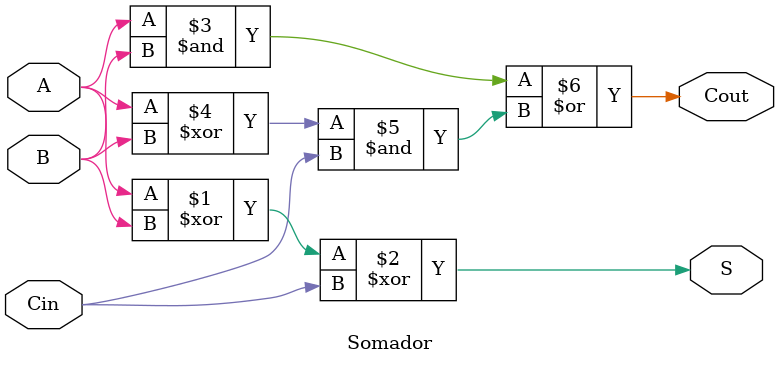
<source format=sv>
module Somador (A, B, Cin, Cout, S);
input A, B, Cin;
output Cout, S;

assign S = (A^B)^Cin;
assign Cout = (A&B) | ((A^B)&Cin);

endmodule

</source>
